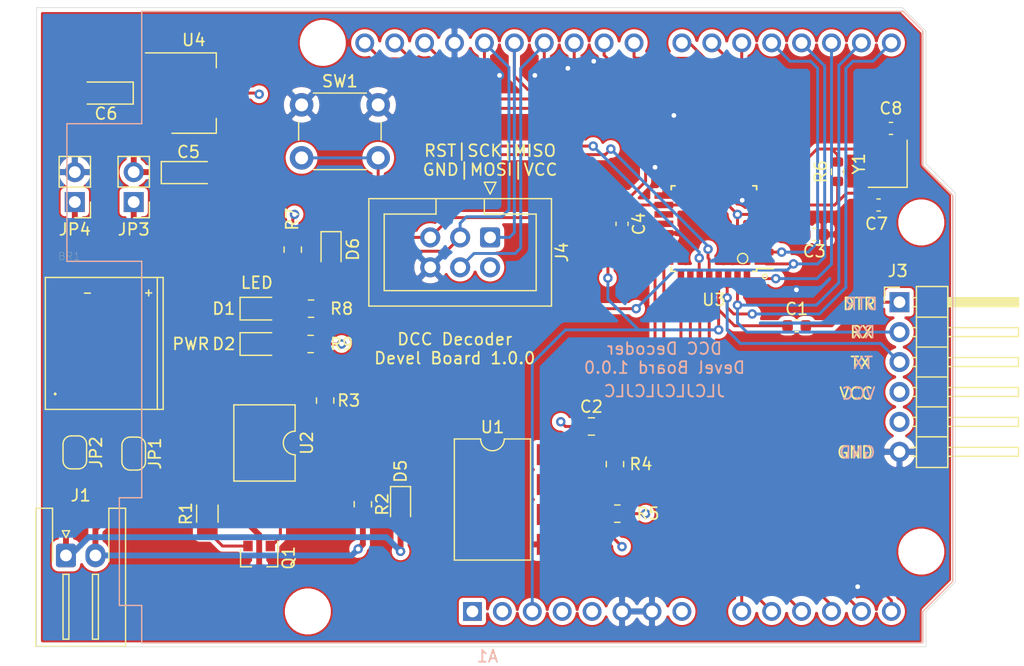
<source format=kicad_pcb>
(kicad_pcb (version 20171130) (host pcbnew 5.1.7-a382d34a8~88~ubuntu20.04.1)
  (title_block (title "Dcc Decoder Devel Board") (date 2021-03-31) (rev 1.0.0) (company "Daniel Vilas"))
  (layers (0 F.Cu signal) (1 In1.Cu signal) (2 In2.Cu signal) (31 B.Cu signal) (34 B.Paste user) (35 F.Paste user) (36 B.SilkS user) (37 F.SilkS user) (38 B.Mask user) (39 F.Mask user) (44 Edge.Cuts user))
  (net 0 "")
  (net 1 /FTDI_RX)
  (net 2 /FTDI_TX)
  (net 3 /AREF)
  (net 4 /A5)
  (net 5 GND)
  (net 6 /A4)
  (net 7 /D13)
  (net 8 /A3)
  (net 9 /D12)
  (net 10 /A2)
  (net 11 /D11)
  (net 12 /A1)
  (net 13 /D10)
  (net 14 /A0)
  (net 15 /D9)
  (net 16 +12V)
  (net 17 /D8)
  (net 18 /D7)
  (net 19 /D6)
  (net 20 VCC)
  (net 21 /D5)
  (net 22 "Net-(A1-Pad4)")
  (net 23 /D4)
  (net 24 /RST)
  (net 25 /D3)
  (net 26 /D2)
  (net 27 "Net-(A1-Pad1)")
  (net 28 /Dcc-Interface/J_ACK)
  (net 29 /Dcc-Interface/K_ACK)
  (net 30 "Net-(BR1-Pad+)")
  (net 31 "Net-(BR1-Pad-)")
  (net 32 /DTR)
  (net 33 /Dcc-Interface/DCC_B)
  (net 34 "Net-(D5-Pad1)")
  (net 35 /Dcc-Interface/DCC_A)
  (net 36 "Net-(J3-Pad5)")
  (net 37 "Net-(Q1-Pad2)")
  (net 38 "Net-(R3-Pad2)")
  (net 39 "Net-(R4-Pad1)")
  (net 40 "Net-(U1-Pad1)")
  (net 41 "Net-(C7-Pad2)")
  (net 42 "Net-(C8-Pad2)")
  (net 43 "Net-(Q1-Pad1)")
  (net 44 "Net-(U3-Pad22)")
  (net 45 "Net-(U3-Pad19)")
  (net 46 "Net-(D1-Pad2)")
  (net 47 "Net-(D2-Pad2)")
  (module Diode_SMD:D_SOD-323F (layer F.Cu) (at 82.5 83.7625 270)
    (fp_text reference D6 (at 0 -1.85 90) (layer F.SilkS))
    (fp_text value CD1206-S01575)
    (pad 2 smd rect (at 1.1 0 270) (size 0.5 0.5) (layers F.Cu F.Paste F.Mask) (net 24 /RST))
    (pad 1 smd rect (at -1.1 0 270) (size 0.5 0.5) (layers F.Cu F.Paste F.Mask) (net 20 VCC))
  )
  (module Resistor_SMD:R_0805_2012Metric (layer F.Cu) (at 85.2 105.4 270)
    (fp_text reference R2 (at 0 -1.65 90) (layer F.SilkS))
    (fp_text value 3k)
    (pad 2 smd roundrect (at 0.9125 0 270) (size 1.025 1.4) (layers F.Cu F.Paste F.Mask) (roundrect_rratio 0.2439004878048781) (net 35 /Dcc-Interface/DCC_A))
    (pad 1 smd roundrect (at -0.9125 0 270) (size 1.025 1.4) (layers F.Cu F.Paste F.Mask) (roundrect_rratio 0.2439004878048781) (net 34 "Net-(D5-Pad1)"))
  )
  (module Resistor_SMD:R_0805_2012Metric (layer F.Cu) (at 80.77 91.8)
    (fp_text reference R9 (at 2.63 0) (layer F.SilkS))
    (fp_text value 10K)
    (pad 2 smd roundrect (at 0.9125 0) (size 1.025 1.4) (layers F.Cu F.Paste F.Mask) (roundrect_rratio 0.2439004878048781) (net 20 VCC))
    (pad 1 smd roundrect (at -0.9125 0) (size 1.025 1.4) (layers F.Cu F.Paste F.Mask) (roundrect_rratio 0.2439004878048781) (net 47 "Net-(D2-Pad2)"))
  )
  (module Resistor_SMD:R_0805_2012Metric (layer F.Cu) (at 80.8 88.8)
    (fp_text reference R8 (at 2.6 0) (layer F.SilkS))
    (fp_text value 10K)
    (pad 2 smd roundrect (at 0.9125 0) (size 1.025 1.4) (layers F.Cu F.Paste F.Mask) (roundrect_rratio 0.2439004878048781) (net 7 /D13))
    (pad 1 smd roundrect (at -0.9125 0) (size 1.025 1.4) (layers F.Cu F.Paste F.Mask) (roundrect_rratio 0.2439004878048781) (net 46 "Net-(D1-Pad2)"))
  )
  (module LED_SMD:LED_0805_2012Metric (layer F.Cu) (at 76.4625 91.8)
    (fp_text reference D2 (at -3.0625 0) (layer F.SilkS))
    (fp_text value LED)
    (pad 2 smd roundrect (at 0.9375 0) (size 0.975 1.4) (layers F.Cu F.Paste F.Mask) (net 47 "Net-(D2-Pad2)"))
    (pad 1 smd roundrect (at -0.9375 0) (size 0.975 1.4) (layers F.Cu F.Paste F.Mask) (net 5 GND))
  )
  (module LED_SMD:LED_0805_2012Metric (layer F.Cu) (at 76.4625 88.8)
    (fp_text reference D1 (at -3.0625 0) (layer F.SilkS))
    (fp_text value LED)
    (pad 2 smd roundrect (at 0.9375 0) (size 0.975 1.4) (layers F.Cu F.Paste F.Mask) (net 46 "Net-(D1-Pad2)"))
    (pad 1 smd roundrect (at -0.9375 0) (size 0.975 1.4) (layers F.Cu F.Paste F.Mask) (net 5 GND))
  )
  (module Resistor_SMD:R_0805_2012Metric (layer F.Cu) (at 79.25 83.7875 270)
    (fp_text reference R7 (at -2.5875 0.05 90) (layer F.SilkS))
    (fp_text value 10K)
    (pad 2 smd roundrect (at 0.9125 0 270) (size 1.025 1.4) (layers F.Cu F.Paste F.Mask) (roundrect_rratio 0.2439004878048781) (net 24 /RST))
    (pad 1 smd roundrect (at -0.9125 0 270) (size 1.025 1.4) (layers F.Cu F.Paste F.Mask) (roundrect_rratio 0.2439004878048781) (net 20 VCC))
  )
  (module Resistor_SMD:R_0805_2012Metric (layer F.Cu) (at 82 96.6 90)
    (fp_text reference R3 (at 0 2 180) (layer F.SilkS))
    (fp_text value 1K)
    (pad 2 smd roundrect (at 0.9125 0 90) (size 1.025 1.4) (layers F.Cu F.Paste F.Mask) (roundrect_rratio 0.2439004878048781) (net 38 "Net-(R3-Pad2)"))
    (pad 1 smd roundrect (at -0.9125 0 90) (size 1.025 1.4) (layers F.Cu F.Paste F.Mask) (roundrect_rratio 0.2439004878048781) (net 25 /D3))
  )
  (module Resistor_SMD:R_1206_3216Metric (layer F.Cu) (at 72 106.2 90)
    (fp_text reference R1 (at 0 -1.82 90) (layer F.SilkS))
    (fp_text value 100)
    (pad 2 smd roundrect (at 1.4625 0 90) (size 1.125 1.75) (layers F.Cu F.Paste F.Mask) (roundrect_rratio 0.2222195555555556) (net 30 "Net-(BR1-Pad+)"))
    (pad 1 smd roundrect (at -1.4625 0 90) (size 1.125 1.75) (layers F.Cu F.Paste F.Mask) (roundrect_rratio 0.2222195555555556) (net 37 "Net-(Q1-Pad2)"))
  )
  (module Diode_SMD:D_SOD-323F (layer F.Cu) (at 88.4 105.4 270)
    (fp_text reference D5 (at -2.8 0 90) (layer F.SilkS))
    (fp_text value 1N4148)
    (pad 2 smd rect (at 1.1 0 270) (size 0.5 0.5) (layers F.Cu F.Paste F.Mask) (net 33 /Dcc-Interface/DCC_B))
    (pad 1 smd rect (at -1.1 0 270) (size 0.5 0.5) (layers F.Cu F.Paste F.Mask) (net 34 "Net-(D5-Pad1)"))
  )
  (module Resistor_SMD:R_0805_2012Metric (layer F.Cu) (at 106.8 106.2)
    (fp_text reference R5 (at 2.6 0) (layer F.SilkS))
    (fp_text value 10K)
    (pad 2 smd roundrect (at 0.9125 0) (size 1.025 1.4) (layers F.Cu F.Paste F.Mask) (roundrect_rratio 0.2439004878048781) (net 20 VCC))
    (pad 1 smd roundrect (at -0.9125 0) (size 1.025 1.4) (layers F.Cu F.Paste F.Mask) (roundrect_rratio 0.2439004878048781) (net 26 /D2))
  )
  (module Resistor_SMD:R_0805_2012Metric (layer F.Cu) (at 106.6 102 90)
    (fp_text reference R4 (at 0 2.2 180) (layer F.SilkS))
    (fp_text value 10K)
    (pad 2 smd roundrect (at 0.9125 0 90) (size 1.025 1.4) (layers F.Cu F.Paste F.Mask) (roundrect_rratio 0.2439004878048781) (net 20 VCC))
    (pad 1 smd roundrect (at -0.9125 0 90) (size 1.025 1.4) (layers F.Cu F.Paste F.Mask) (roundrect_rratio 0.2439004878048781) (net 39 "Net-(R4-Pad1)"))
  )
  (module Capacitor_SMD:C_0805_2012Metric (layer F.Cu) (at 104.6 98.8)
    (fp_text reference C2 (at 0 -1.68) (layer F.SilkS))
    (fp_text value 10uf)
    (pad 2 smd roundrect (at 0.95 0) (size 1 1.45) (layers F.Cu F.Paste F.Mask) (net 5 GND))
    (pad 1 smd roundrect (at -0.95 0) (size 1 1.45) (layers F.Cu F.Paste F.Mask) (net 20 VCC))
  )
  (module Package_DIP:SMDIP-4_W9.53mm (layer F.Cu) (at 76.85 100.2 270)
    (fp_text reference U2 (at 0 -3.6 90) (layer F.SilkS))
    (fp_text value PC817)
    (pad 4 smd rect (at 4.765 -1.27 270) (size 2 1.78) (layers F.Cu F.Paste F.Mask) (net 43 "Net-(Q1-Pad1)"))
    (pad 2 smd rect (at -4.765 1.27 270) (size 2 1.78) (layers F.Cu F.Paste F.Mask) (net 5 GND))
    (pad 3 smd rect (at 4.765 1.27 270) (size 2 1.78) (layers F.Cu F.Paste F.Mask) (net 31 "Net-(BR1-Pad-)"))
    (pad 1 smd rect (at -4.765 -1.27 270) (size 2 1.78) (layers F.Cu F.Paste F.Mask) (net 38 "Net-(R3-Pad2)"))
  )
  (module Package_DIP:SMDIP-8_W9.53mm (layer F.Cu) (at 96.2 105)
    (fp_text reference U1 (at 0 -6.14) (layer F.SilkS))
    (fp_text value 6N137)
    (pad 8 smd rect (at 4.765 -3.81) (size 2 1.78) (layers F.Cu F.Paste F.Mask) (net 20 VCC))
    (pad 4 smd rect (at -4.765 3.81) (size 2 1.78) (layers F.Cu F.Paste F.Mask))
    (pad 7 smd rect (at 4.765 -1.27) (size 2 1.78) (layers F.Cu F.Paste F.Mask) (net 39 "Net-(R4-Pad1)"))
    (pad 3 smd rect (at -4.765 1.27) (size 2 1.78) (layers F.Cu F.Paste F.Mask) (net 33 /Dcc-Interface/DCC_B))
    (pad 6 smd rect (at 4.765 1.27) (size 2 1.78) (layers F.Cu F.Paste F.Mask) (net 26 /D2))
    (pad 2 smd rect (at -4.765 -1.27) (size 2 1.78) (layers F.Cu F.Paste F.Mask) (net 34 "Net-(D5-Pad1)"))
    (pad 5 smd rect (at 4.765 3.81) (size 2 1.78) (layers F.Cu F.Paste F.Mask) (net 5 GND))
    (pad 1 smd rect (at -4.765 -3.81) (size 2 1.78) (layers F.Cu F.Paste F.Mask) (net 40 "Net-(U1-Pad1)"))
  )
  (module Package_TO_SOT_SMD:SOT-23 (layer F.Cu) (at 76.4 109.95 270)
    (fp_text reference Q1 (at 0 -2.5 90) (layer F.SilkS))
    (fp_text value BC560)
    (pad 3 smd rect (at 1 0 270) (size 0.9 0.8) (layers F.Cu F.Paste F.Mask) (net 31 "Net-(BR1-Pad-)"))
    (pad 2 smd rect (at -1 0.95 270) (size 0.9 0.8) (layers F.Cu F.Paste F.Mask) (net 37 "Net-(Q1-Pad2)"))
    (pad 1 smd rect (at -1 -0.95 270) (size 0.9 0.8) (layers F.Cu F.Paste F.Mask) (net 43 "Net-(Q1-Pad1)"))
  )
  (module Button_Switch_THT:SW_PUSH_6mm_H4.3mm (layer F.Cu) (at 80 71.5)
    (fp_text reference SW1 (at 3.25 -2) (layer F.SilkS))
    (fp_text value SW_Push)
    (pad 1 thru_hole circle (at 6.5 0 90) (size 2 2) (drill 1.1) (layers *.Cu *.Mask) (net 5 GND))
    (pad 2 thru_hole circle (at 6.5 4.5 90) (size 2 2) (drill 1.1) (layers *.Cu *.Mask) (net 24 /RST))
    (pad 1 thru_hole circle (at 0 0 90) (size 2 2) (drill 1.1) (layers *.Cu *.Mask) (net 5 GND))
    (pad 2 thru_hole circle (at 0 4.5 90) (size 2 2) (drill 1.1) (layers *.Cu *.Mask) (net 24 /RST))
  )
  (module Capacitor_Tantalum_SMD:CP_EIA-3216-18_Kemet-A (layer F.Cu) (at 70.4 77.25)
    (fp_text reference C5 (at 0 -1.75) (layer F.SilkS))
    (fp_text value 10uf)
    (pad 2 smd roundrect (at 1.35 0) (size 1.4 1.35) (layers F.Cu F.Paste F.Mask) (roundrect_rratio 0.1851844444444445) (net 5 GND))
    (pad 1 smd roundrect (at -1.35 0) (size 1.4 1.35) (layers F.Cu F.Paste F.Mask) (roundrect_rratio 0.1851844444444445) (net 16 +12V))
  )
  (module Connector_PinHeader_2.54mm:PinHeader_1x02_P2.54mm_Vertical (layer F.Cu) (at 65.75 79.75 180)
    (fp_text reference JP3 (at 0 -2.33) (layer F.SilkS))
    (fp_text value Jumper_NO hide)
    (pad 2 thru_hole oval (at 0 2.54 180) (size 1.7 1.7) (drill 1) (layers *.Cu *.Mask) (net 16 +12V))
    (pad 1 thru_hole rect (at 0 0 180) (size 1.7 1.7) (drill 1) (layers *.Cu *.Mask) (net 30 "Net-(BR1-Pad+)"))
  )
  (module Jumper:SolderJumper-2_P1.3mm_Bridged_RoundedPad1.0x1.5mm (layer F.Cu) (at 60.75 101 270)
    (fp_text reference JP2 (at 0 -1.8 90) (layer F.SilkS))
    (fp_text value Jumper_NC_Small hide)
    (fp_poly (pts (xy 0.25 -0.3) (xy -0.25 -0.3) (xy -0.25 0.3) (xy 0.25 0.3)) (layer F.Cu) (width 0))
    (pad 1 smd custom (at -0.65 0 270) (size 1 0.5) (layers F.Cu F.Mask) (net 29 /Dcc-Interface/K_ACK) (options (clearance outline) (anchor rect)) (primitives (gr_circle (center 0 0.25) (end 0.5 0.25) (width 0)) (gr_circle (center 0 -0.25) (end 0.5 -0.25) (width 0)) (gr_poly (pts (xy 0 -0.75) (xy 0.5 -0.75) (xy 0.5 0.75) (xy 0 0.75)) (width 0))))
    (pad 2 smd custom (at 0.65 0 270) (size 1 0.5) (layers F.Cu F.Mask) (net 33 /Dcc-Interface/DCC_B) (options (clearance outline) (anchor rect)) (primitives (gr_circle (center 0 0.25) (end 0.5 0.25) (width 0)) (gr_circle (center 0 -0.25) (end 0.5 -0.25) (width 0)) (gr_poly (pts (xy 0 -0.75) (xy -0.5 -0.75) (xy -0.5 0.75) (xy 0 0.75)) (width 0))))
  )
  (module Module:Arduino_UNO_R3_WithMountingHoles (layer B.Cu) (at 94.5 114.5)
    (fp_text reference A1 (at 1.27 3.81 -180) (layer B.SilkS) (effects (justify mirror)))
    (fp_text value Arduino_UNO_R3)
    (pad "" np_thru_hole circle (at 38.1 -5.08 270) (size 3.2 3.2) (drill 3.2) (layers *.Cu *.Mask))
    (pad "" np_thru_hole circle (at 38.1 -33.02 270) (size 3.2 3.2) (drill 3.2) (layers *.Cu *.Mask))
    (pad "" np_thru_hole circle (at -12.7 -48.26 270) (size 3.2 3.2) (drill 3.2) (layers *.Cu *.Mask))
    (pad "" np_thru_hole circle (at -13.97 0 270) (size 3.2 3.2) (drill 3.2) (layers *.Cu *.Mask))
    (pad 16 thru_hole oval (at 33.02 -48.26 270) (size 1.6 1.6) (drill 1) (layers *.Cu *.Mask) (net 1 /FTDI_RX))
    (pad 15 thru_hole oval (at 35.56 -48.26 270) (size 1.6 1.6) (drill 1) (layers *.Cu *.Mask) (net 2 /FTDI_TX))
    (pad 30 thru_hole oval (at -4.06 -48.26 270) (size 1.6 1.6) (drill 1) (layers *.Cu *.Mask) (net 3 /AREF))
    (pad 14 thru_hole oval (at 35.56 0 270) (size 1.6 1.6) (drill 1) (layers *.Cu *.Mask) (net 4 /A5))
    (pad 29 thru_hole oval (at -1.52 -48.26 270) (size 1.6 1.6) (drill 1) (layers *.Cu *.Mask) (net 5 GND))
    (pad 13 thru_hole oval (at 33.02 0 270) (size 1.6 1.6) (drill 1) (layers *.Cu *.Mask) (net 6 /A4))
    (pad 28 thru_hole oval (at 1.02 -48.26 270) (size 1.6 1.6) (drill 1) (layers *.Cu *.Mask) (net 7 /D13))
    (pad 12 thru_hole oval (at 30.48 0 270) (size 1.6 1.6) (drill 1) (layers *.Cu *.Mask) (net 8 /A3))
    (pad 27 thru_hole oval (at 3.56 -48.26 270) (size 1.6 1.6) (drill 1) (layers *.Cu *.Mask) (net 9 /D12))
    (pad 11 thru_hole oval (at 27.94 0 270) (size 1.6 1.6) (drill 1) (layers *.Cu *.Mask) (net 10 /A2))
    (pad 26 thru_hole oval (at 6.1 -48.26 270) (size 1.6 1.6) (drill 1) (layers *.Cu *.Mask) (net 11 /D11))
    (pad 10 thru_hole oval (at 25.4 0 270) (size 1.6 1.6) (drill 1) (layers *.Cu *.Mask) (net 12 /A1))
    (pad 25 thru_hole oval (at 8.64 -48.26 270) (size 1.6 1.6) (drill 1) (layers *.Cu *.Mask) (net 13 /D10))
    (pad 9 thru_hole oval (at 22.86 0 270) (size 1.6 1.6) (drill 1) (layers *.Cu *.Mask) (net 14 /A0))
    (pad 24 thru_hole oval (at 11.18 -48.26 270) (size 1.6 1.6) (drill 1) (layers *.Cu *.Mask) (net 15 /D9))
    (pad 8 thru_hole oval (at 17.78 0 270) (size 1.6 1.6) (drill 1) (layers *.Cu *.Mask) (net 16 +12V))
    (pad 23 thru_hole oval (at 13.72 -48.26 270) (size 1.6 1.6) (drill 1) (layers *.Cu *.Mask) (net 17 /D8))
    (pad 7 thru_hole oval (at 15.24 0 270) (size 1.6 1.6) (drill 1) (layers *.Cu *.Mask) (net 5 GND))
    (pad 22 thru_hole oval (at 17.78 -48.26 270) (size 1.6 1.6) (drill 1) (layers *.Cu *.Mask) (net 18 /D7))
    (pad 6 thru_hole oval (at 12.7 0 270) (size 1.6 1.6) (drill 1) (layers *.Cu *.Mask) (net 5 GND))
    (pad 21 thru_hole oval (at 20.32 -48.26 270) (size 1.6 1.6) (drill 1) (layers *.Cu *.Mask) (net 19 /D6))
    (pad 5 thru_hole oval (at 10.16 0 270) (size 1.6 1.6) (drill 1) (layers *.Cu *.Mask) (net 20 VCC))
    (pad 20 thru_hole oval (at 22.86 -48.26 270) (size 1.6 1.6) (drill 1) (layers *.Cu *.Mask) (net 21 /D5))
    (pad 4 thru_hole oval (at 7.62 0 270) (size 1.6 1.6) (drill 1) (layers *.Cu *.Mask) (net 22 "Net-(A1-Pad4)"))
    (pad 19 thru_hole oval (at 25.4 -48.26 270) (size 1.6 1.6) (drill 1) (layers *.Cu *.Mask) (net 23 /D4))
    (pad 3 thru_hole oval (at 5.08 0 270) (size 1.6 1.6) (drill 1) (layers *.Cu *.Mask) (net 24 /RST))
    (pad 18 thru_hole oval (at 27.94 -48.26 270) (size 1.6 1.6) (drill 1) (layers *.Cu *.Mask) (net 25 /D3))
    (pad 2 thru_hole oval (at 2.54 0 270) (size 1.6 1.6) (drill 1) (layers *.Cu *.Mask) (net 20 VCC))
    (pad 17 thru_hole oval (at 30.48 -48.26 270) (size 1.6 1.6) (drill 1) (layers *.Cu *.Mask) (net 26 /D2))
    (pad 1 thru_hole rect (at 0 0 270) (size 1.6 1.6) (drill 1) (layers *.Cu *.Mask) (net 27 "Net-(A1-Pad1)"))
    (pad 31 thru_hole oval (at -6.6 -48.26 270) (size 1.6 1.6) (drill 1) (layers *.Cu *.Mask) (net 6 /A4))
    (pad 32 thru_hole oval (at -9.14 -48.26 270) (size 1.6 1.6) (drill 1) (layers *.Cu *.Mask) (net 4 /A5))
  )
  (module Connector_JST:JST_XH_S2B-XH-A-1_1x02_P2.50mm_Horizontal (layer F.Cu) (at 60 109.75)
    (fp_text reference J1 (at 1.25 -5.1) (layer F.SilkS))
    (fp_text value Conn_01x02)
    (pad 2 thru_hole oval (at 2.5 0) (size 1.7 2) (drill 1) (layers *.Cu *.Mask) (net 35 /Dcc-Interface/DCC_A))
    (pad 1 thru_hole roundrect (at 0 0) (size 1.7 2) (drill 1) (layers *.Cu *.Mask) (roundrect_rratio 0.1470588235294118) (net 33 /Dcc-Interface/DCC_B))
  )
  (module Connector_PinHeader_2.54mm:PinHeader_1x02_P2.54mm_Vertical (layer F.Cu) (at 60.75 79.75 180)
    (fp_text reference JP4 (at 0 -2.33) (layer F.SilkS))
    (fp_text value Jumper_NO hide)
    (pad 2 thru_hole oval (at 0 2.54 180) (size 1.7 1.7) (drill 1) (layers *.Cu *.Mask) (net 5 GND))
    (pad 1 thru_hole rect (at 0 0 180) (size 1.7 1.7) (drill 1) (layers *.Cu *.Mask) (net 31 "Net-(BR1-Pad-)"))
  )
  (module Resistor_SMD:R_0603_1608Metric (layer F.Cu) (at 125.5 77.175 90)
    (fp_text reference R6 (at 0 -1.43 90) (layer F.SilkS))
    (fp_text value 1M)
    (pad 2 smd roundrect (at 0.825 0 90) (size 0.8 0.95) (layers F.Cu F.Paste F.Mask) (net 42 "Net-(C8-Pad2)"))
    (pad 1 smd roundrect (at -0.825 0 90) (size 0.8 0.95) (layers F.Cu F.Paste F.Mask) (net 41 "Net-(C7-Pad2)"))
  )
  (module Capacitor_SMD:C_0603_1608Metric (layer F.Cu) (at 128.975 80)
    (fp_text reference C7 (at -0.175 1.6) (layer F.SilkS))
    (fp_text value 22pf)
    (pad 2 smd roundrect (at 0.775 0) (size 0.9 0.95) (layers F.Cu F.Paste F.Mask) (net 41 "Net-(C7-Pad2)"))
    (pad 1 smd roundrect (at -0.775 0) (size 0.9 0.95) (layers F.Cu F.Paste F.Mask) (net 5 GND))
  )
  (module Capacitor_SMD:C_0603_1608Metric (layer F.Cu) (at 107.2 81.6 270)
    (fp_text reference C4 (at 0 -1.43 90) (layer F.SilkS))
    (fp_text value 100nf)
    (pad 2 smd roundrect (at 0.775 0 270) (size 0.9 0.95) (layers F.Cu F.Paste F.Mask) (net 5 GND))
    (pad 1 smd roundrect (at -0.775 0 270) (size 0.9 0.95) (layers F.Cu F.Paste F.Mask) (net 20 VCC))
  )
  (module Capacitor_SMD:C_0603_1608Metric (layer F.Cu) (at 123.525 82.5 180)
    (fp_text reference C3 (at 0 -1.43) (layer F.SilkS))
    (fp_text value 100nf)
    (pad 2 smd roundrect (at 0.775 0 180) (size 0.9 0.95) (layers F.Cu F.Paste F.Mask) (net 20 VCC))
    (pad 1 smd roundrect (at -0.775 0 180) (size 0.9 0.95) (layers F.Cu F.Paste F.Mask) (net 5 GND))
  )
  (module Capacitor_SMD:C_0603_1608Metric (layer F.Cu) (at 122.025 90.25)
    (fp_text reference C1 (at 0 -1.43) (layer F.SilkS))
    (fp_text value 100nf)
    (pad 2 smd roundrect (at 0.775 0) (size 0.9 0.95) (layers F.Cu F.Paste F.Mask) (net 32 /DTR))
    (pad 1 smd roundrect (at -0.775 0) (size 0.9 0.95) (layers F.Cu F.Paste F.Mask) (net 24 /RST))
  )
  (module Crystal:Crystal_SMD_3225-4Pin_3.2x2.5mm (layer F.Cu) (at 129.75 76.5 90)
    (fp_text reference Y1 (at 0 -2.45 90) (layer F.SilkS))
    (fp_text value Crystal_GND24)
    (pad 4 smd rect (at -1.1 -0.85 90) (size 1.4 1.2) (layers F.Cu F.Paste F.Mask) (net 5 GND))
    (pad 3 smd rect (at 1.1 -0.85 90) (size 1.4 1.2) (layers F.Cu F.Paste F.Mask) (net 42 "Net-(C8-Pad2)"))
    (pad 2 smd rect (at 1.1 0.85 90) (size 1.4 1.2) (layers F.Cu F.Paste F.Mask) (net 5 GND))
    (pad 1 smd rect (at -1.1 0.85 90) (size 1.4 1.2) (layers F.Cu F.Paste F.Mask) (net 41 "Net-(C7-Pad2)"))
  )
  (module Capacitor_SMD:C_0603_1608Metric (layer F.Cu) (at 130.025 73.5 180)
    (fp_text reference C8 (at 0 1.7) (layer F.SilkS))
    (fp_text value 22pf)
    (pad 2 smd roundrect (at 0.775 0 180) (size 0.9 0.95) (layers F.Cu F.Paste F.Mask) (net 42 "Net-(C8-Pad2)"))
    (pad 1 smd roundrect (at -0.775 0 180) (size 0.9 0.95) (layers F.Cu F.Paste F.Mask) (net 5 GND))
  )
  (module Package_TO_SOT_SMD:SOT-223-3_TabPin2 (layer F.Cu) (at 70.85 70.5)
    (fp_text reference U4 (at 0 -4.5) (layer F.SilkS))
    (fp_text value AMS1117-5.0)
    (pad 1 smd rect (at -3.15 -2.3) (size 2 1.5) (layers F.Cu F.Paste F.Mask) (net 5 GND))
    (pad 3 smd rect (at -3.15 2.3) (size 2 1.5) (layers F.Cu F.Paste F.Mask) (net 16 +12V))
    (pad 2 smd rect (at -3.15 0) (size 2 1.5) (layers F.Cu F.Paste F.Mask) (net 20 VCC))
    (pad 2 smd rect (at 3.15 0) (size 2 3.8) (layers F.Cu F.Paste F.Mask) (net 20 VCC))
  )
  (module Project:TQFP-32_7x7mm_P0.8mm (layer F.Cu) (at 115 82 180)
    (fp_text reference U3 (at 0 -6.05) (layer F.SilkS))
    (fp_text value ATmega328P-AU)
    (pad 32 smd rect (at -2.8 -4.25 270) (size 1.6 0.55) (layers F.Cu F.Paste F.Mask) (net 26 /D2))
    (pad 31 smd rect (at -2 -4.25 270) (size 1.6 0.55) (layers F.Cu F.Paste F.Mask) (net 1 /FTDI_RX))
    (pad 30 smd rect (at -1.2 -4.25 270) (size 1.6 0.55) (layers F.Cu F.Paste F.Mask) (net 2 /FTDI_TX))
    (pad 29 smd rect (at -0.4 -4.25 270) (size 1.6 0.55) (layers F.Cu F.Paste F.Mask) (net 24 /RST))
    (pad 28 smd rect (at 0.4 -4.25 270) (size 1.6 0.55) (layers F.Cu F.Paste F.Mask) (net 4 /A5))
    (pad 27 smd rect (at 1.2 -4.25 270) (size 1.6 0.55) (layers F.Cu F.Paste F.Mask) (net 6 /A4))
    (pad 26 smd rect (at 2 -4.25 270) (size 1.6 0.55) (layers F.Cu F.Paste F.Mask) (net 8 /A3))
    (pad 25 smd rect (at 2.8 -4.25 270) (size 1.6 0.55) (layers F.Cu F.Paste F.Mask) (net 10 /A2))
    (pad 24 smd rect (at 4.25 -2.8 180) (size 1.6 0.55) (layers F.Cu F.Paste F.Mask) (net 12 /A1))
    (pad 23 smd rect (at 4.25 -2 180) (size 1.6 0.55) (layers F.Cu F.Paste F.Mask) (net 14 /A0))
    (pad 22 smd rect (at 4.25 -1.2 180) (size 1.6 0.55) (layers F.Cu F.Paste F.Mask) (net 44 "Net-(U3-Pad22)"))
    (pad 21 smd rect (at 4.25 -0.4 180) (size 1.6 0.55) (layers F.Cu F.Paste F.Mask) (net 5 GND))
    (pad 20 smd rect (at 4.25 0.4 180) (size 1.6 0.55) (layers F.Cu F.Paste F.Mask) (net 3 /AREF))
    (pad 19 smd rect (at 4.25 1.2 180) (size 1.6 0.55) (layers F.Cu F.Paste F.Mask) (net 45 "Net-(U3-Pad19)"))
    (pad 18 smd rect (at 4.25 2 180) (size 1.6 0.55) (layers F.Cu F.Paste F.Mask) (net 20 VCC))
    (pad 17 smd rect (at 4.25 2.8 180) (size 1.6 0.55) (layers F.Cu F.Paste F.Mask) (net 7 /D13))
    (pad 16 smd rect (at 2.8 4.25 270) (size 1.6 0.55) (layers F.Cu F.Paste F.Mask) (net 9 /D12))
    (pad 15 smd rect (at 2 4.25 270) (size 1.6 0.55) (layers F.Cu F.Paste F.Mask) (net 11 /D11))
    (pad 14 smd rect (at 1.2 4.25 270) (size 1.6 0.55) (layers F.Cu F.Paste F.Mask) (net 13 /D10))
    (pad 13 smd rect (at 0.4 4.25 270) (size 1.6 0.55) (layers F.Cu F.Paste F.Mask) (net 15 /D9))
    (pad 12 smd rect (at -0.4 4.25 270) (size 1.6 0.55) (layers F.Cu F.Paste F.Mask) (net 17 /D8))
    (pad 11 smd rect (at -1.2 4.25 270) (size 1.6 0.55) (layers F.Cu F.Paste F.Mask) (net 18 /D7))
    (pad 10 smd rect (at -2 4.25 270) (size 1.6 0.55) (layers F.Cu F.Paste F.Mask) (net 19 /D6))
    (pad 9 smd rect (at -2.8 4.25 270) (size 1.6 0.55) (layers F.Cu F.Paste F.Mask) (net 21 /D5))
    (pad 8 smd rect (at -4.25 2.8 180) (size 1.6 0.55) (layers F.Cu F.Paste F.Mask) (net 42 "Net-(C8-Pad2)"))
    (pad 7 smd rect (at -4.25 2 180) (size 1.6 0.55) (layers F.Cu F.Paste F.Mask) (net 41 "Net-(C7-Pad2)"))
    (pad 6 smd rect (at -4.25 1.2 180) (size 1.6 0.55) (layers F.Cu F.Paste F.Mask) (net 20 VCC))
    (pad 5 smd rect (at -4.25 0.4 180) (size 1.6 0.55) (layers F.Cu F.Paste F.Mask) (net 5 GND))
    (pad 4 smd rect (at -4.25 -0.4 180) (size 1.6 0.55) (layers F.Cu F.Paste F.Mask) (net 20 VCC))
    (pad 3 smd rect (at -4.25 -1.2 180) (size 1.6 0.55) (layers F.Cu F.Paste F.Mask) (net 5 GND))
    (pad 2 smd rect (at -4.25 -2 180) (size 1.6 0.55) (layers F.Cu F.Paste F.Mask) (net 23 /D4))
    (pad 1 smd rect (at -4.25 -2.8 180) (size 1.6 0.55) (layers F.Cu F.Paste F.Mask) (net 25 /D3))
  )
  (module Jumper:SolderJumper-2_P1.3mm_Bridged_RoundedPad1.0x1.5mm (layer F.Cu) (at 65.75 101.1 270)
    (fp_text reference JP1 (at 0 -1.8 90) (layer F.SilkS))
    (fp_text value Jumper_NC_Small hide)
    (fp_poly (pts (xy 0.25 -0.3) (xy -0.25 -0.3) (xy -0.25 0.3) (xy 0.25 0.3)) (layer F.Cu) (width 0))
    (pad 1 smd custom (at -0.65 0 270) (size 1 0.5) (layers F.Cu F.Mask) (net 28 /Dcc-Interface/J_ACK) (options (clearance outline) (anchor rect)) (primitives (gr_circle (center 0 0.25) (end 0.5 0.25) (width 0)) (gr_circle (center 0 -0.25) (end 0.5 -0.25) (width 0)) (gr_poly (pts (xy 0 -0.75) (xy 0.5 -0.75) (xy 0.5 0.75) (xy 0 0.75)) (width 0))))
    (pad 2 smd custom (at 0.65 0 270) (size 1 0.5) (layers F.Cu F.Mask) (net 35 /Dcc-Interface/DCC_A) (options (clearance outline) (anchor rect)) (primitives (gr_circle (center 0 0.25) (end 0.5 0.25) (width 0)) (gr_circle (center 0 -0.25) (end 0.5 -0.25) (width 0)) (gr_poly (pts (xy 0 -0.75) (xy -0.5 -0.75) (xy -0.5 0.75) (xy 0 0.75)) (width 0))))
  )
  (module Connector_IDC:IDC-Header_2x03_P2.54mm_Vertical (layer F.Cu) (at 96 82.75 270)
    (fp_text reference J4 (at 1.27 -6.1 90) (layer F.SilkS))
    (fp_text value ICSP)
    (pad 6 thru_hole circle (at 2.54 5.08 270) (size 1.7 1.7) (drill 1) (layers *.Cu *.Mask) (net 5 GND))
    (pad 4 thru_hole circle (at 2.54 2.54 270) (size 1.7 1.7) (drill 1) (layers *.Cu *.Mask) (net 11 /D11))
    (pad 2 thru_hole circle (at 2.54 0 270) (size 1.7 1.7) (drill 1) (layers *.Cu *.Mask) (net 20 VCC))
    (pad 5 thru_hole circle (at 0 5.08 270) (size 1.7 1.7) (drill 1) (layers *.Cu *.Mask) (net 24 /RST))
    (pad 3 thru_hole circle (at 0 2.54 270) (size 1.7 1.7) (drill 1) (layers *.Cu *.Mask) (net 7 /D13))
    (pad 1 thru_hole roundrect (at 0 0 270) (size 1.7 1.7) (drill 1) (layers *.Cu *.Mask) (roundrect_rratio 0.1470588235294118) (net 9 /D12))
  )
  (module Connector_PinHeader_2.54mm:PinHeader_1x06_P2.54mm_Horizontal (layer F.Cu) (at 130.75 88.25)
    (fp_text reference J3 (at -0.15 -2.65) (layer F.SilkS))
    (fp_text value Conn_01x06)
    (pad 6 thru_hole oval (at 0 12.7) (size 1.7 1.7) (drill 1) (layers *.Cu *.Mask) (net 5 GND))
    (pad 5 thru_hole oval (at 0 10.16) (size 1.7 1.7) (drill 1) (layers *.Cu *.Mask) (net 36 "Net-(J3-Pad5)"))
    (pad 4 thru_hole oval (at 0 7.62) (size 1.7 1.7) (drill 1) (layers *.Cu *.Mask) (net 20 VCC))
    (pad 3 thru_hole oval (at 0 5.08) (size 1.7 1.7) (drill 1) (layers *.Cu *.Mask) (net 2 /FTDI_TX))
    (pad 2 thru_hole oval (at 0 2.54) (size 1.7 1.7) (drill 1) (layers *.Cu *.Mask) (net 1 /FTDI_RX))
    (pad 1 thru_hole rect (at 0 0) (size 1.7 1.7) (drill 1) (layers *.Cu *.Mask) (net 32 /DTR))
  )
  (module Capacitor_Tantalum_SMD:CP_EIA-3216-18_Kemet-A (layer F.Cu) (at 63.4 70.5 180)
    (fp_text reference C6 (at 0 -1.75) (layer F.SilkS))
    (fp_text value 10uf)
    (pad 2 smd roundrect (at 1.35 0 180) (size 1.4 1.35) (layers F.Cu F.Paste F.Mask) (roundrect_rratio 0.1851844444444445) (net 5 GND))
    (pad 1 smd roundrect (at -1.35 0 180) (size 1.4 1.35) (layers F.Cu F.Paste F.Mask) (roundrect_rratio 0.1851844444444445) (net 20 VCC))
  )
  (module Project:DIOB_DB107S (layer F.Cu) (at 63.25 91.75)
    (fp_text reference BR1 (at -2.96954 -7.41023) (layer F.SilkS) (effects (font (size 0.640331 0.640331) (thickness 0.015))))
    (fp_text value DB107S)
    (fp_text user · (at -4.1656 4.2164) (layer F.SilkS))
    (pad ~ smd rect (at 2.54959 4.12442) (size 1.2 1.9) (layers F.Cu F.Paste F.Mask) (net 28 /Dcc-Interface/J_ACK))
    (pad ~. smd rect (at -2.55041 4.12442) (size 1.2 1.9) (layers F.Cu F.Paste F.Mask) (net 29 /Dcc-Interface/K_ACK))
    (pad + smd rect (at 2.54959 -4.12558) (size 1.2 1.9) (layers F.Cu F.Paste F.Mask) (net 30 "Net-(BR1-Pad+)"))
    (pad - smd rect (at -2.55041 -4.12558) (size 1.2 1.9) (layers F.Cu F.Paste F.Mask) (net 31 "Net-(BR1-Pad-)"))
  )
  (gr_text "RST|SCK|MISO\nGND|MOSI|VCC" (at 96 76.2) (layer F.SilkS) (effects (font (size 1 1))))
  (gr_text RX (at 128.8 90.8) (layer B.SilkS) (effects (font (size 1 1)) (justify left mirror)))
  (gr_text TX (at 128.6 93.4) (layer B.SilkS) (effects (font (size 1 1)) (justify left mirror)))
  (gr_text DTR (at 129 88.4) (layer B.SilkS) (effects (font (size 1 1)) (justify left mirror)))
  (gr_text GND (at 128.8 101) (layer B.SilkS) (effects (font (size 1 1)) (justify left mirror)))
  (gr_text VCC (at 128.8 96) (layer B.SilkS) (effects (font (size 1 1)) (justify left mirror)))
  (gr_text JLCJLCJLCJLC (at 110.8 95.8) (layer B.SilkS) (effects (font (size 1 1)) (justify mirror)))
  (gr_text "DCC Decoder\nDevel Board 1.0.0" (at 110.8 93) (layer B.SilkS) (effects (font (size 1 1)) (justify mirror)))
  (gr_text "DCC Decoder\nDevel Board 1.0.0" (at 93 92.2) (layer F.SilkS) (effects (font (size 1 1))))
  (gr_text PWR (at 70.6 91.8) (layer F.SilkS) (effects (font (size 1 1))))
  (gr_text LED (at 76.2 86.6) (layer F.SilkS) (effects (font (size 1 1))))
  (gr_text GND (at 128.6 101) (layer F.SilkS) (effects (font (size 1 1)) (justify right)))
  (gr_text VCC (at 128.6 96) (layer F.SilkS) (effects (font (size 1 1)) (justify right)))
  (gr_text TX (at 128.4 93.4) (layer F.SilkS) (effects (font (size 1 1)) (justify right)))
  (gr_text RX (at 128.6 90.8) (layer F.SilkS) (effects (font (size 1 1)) (justify right)))
  (gr_text DTR (at 128.8 88.4) (layer F.SilkS) (effects (font (size 1 1)) (justify right)))
  (gr_line (start 57.5 63.25) (end 131 63.25) (layer Edge.Cuts) (width 0.05))
  (gr_line (start 57.5 117.5) (end 57.5 63.25) (layer Edge.Cuts) (width 0.05))
  (gr_line (start 133 117.5) (end 57.5 117.5) (layer Edge.Cuts) (width 0.05))
  (gr_line (start 133 114.5) (end 133 117.5) (layer Edge.Cuts) (width 0.05))
  (gr_line (start 135.5 112) (end 133 114.5) (layer Edge.Cuts) (width 0.05))
  (gr_line (start 135.5 79) (end 135.5 112) (layer Edge.Cuts) (width 0.05))
  (gr_line (start 133 76.5) (end 135.5 79) (layer Edge.Cuts) (width 0.05))
  (gr_line (start 133 65.25) (end 133 76.5) (layer Edge.Cuts) (width 0.05))
  (gr_line (start 131 63.25) (end 133 65.25) (layer Edge.Cuts) (width 0.05))
  (segment (start 130.75 90.79) (end 117.79 90.79) (width 0.25) (layer B.Cu) (net 1))
  (via (at 117 88.5) (size 0.8) (drill 0.4) (layers F.Cu B.Cu) (net 1))
  (segment (start 117 90) (end 117 88.5) (width 0.25) (layer B.Cu) (net 1))
  (segment (start 117.79 90.79) (end 117 90) (width 0.25) (layer B.Cu) (net 1))
  (segment (start 117 88.5) (end 117 86.25) (width 0.25) (layer F.Cu) (net 1))
  (segment (start 117.565685 88.5) (end 117 88.5) (width 0.25) (layer B.Cu) (net 1))
  (segment (start 123.7 88.5) (end 117.565685 88.5) (width 0.25) (layer B.Cu) (net 1))
  (segment (start 125.6 86.6) (end 123.7 88.5) (width 0.25) (layer B.Cu) (net 1))
  (segment (start 125.6 68.16) (end 125.6 86.6) (width 0.25) (layer B.Cu) (net 1))
  (segment (start 127.52 66.24) (end 125.6 68.16) (width 0.25) (layer B.Cu) (net 1))
  (via (at 116.125 87.881146) (size 0.8) (drill 0.4) (layers F.Cu B.Cu) (net 2))
  (segment (start 116.125 86.325) (end 116.2 86.25) (width 0.25) (layer F.Cu) (net 2))
  (segment (start 116.125 87.881146) (end 116.125 86.325) (width 0.25) (layer F.Cu) (net 2))
  (via (at 118.25 89.25) (size 0.8) (drill 0.4) (layers F.Cu B.Cu) (net 2))
  (segment (start 116.125 88.698002) (end 116.125 87.881146) (width 0.25) (layer F.Cu) (net 2))
  (segment (start 116.676998 89.25) (end 116.125 88.698002) (width 0.25) (layer F.Cu) (net 2))
  (segment (start 118.25 89.25) (end 116.676998 89.25) (width 0.25) (layer F.Cu) (net 2))
  (segment (start 116.125 90.625) (end 116.125 87.881146) (width 0.25) (layer B.Cu) (net 2))
  (segment (start 117.25 91.75) (end 116.125 90.625) (width 0.25) (layer B.Cu) (net 2))
  (segment (start 129.15 91.75) (end 117.25 91.75) (width 0.25) (layer B.Cu) (net 2))
  (segment (start 130.73 93.33) (end 129.15 91.75) (width 0.25) (layer B.Cu) (net 2))
  (segment (start 130.75 93.33) (end 130.73 93.33) (width 0.25) (layer B.Cu) (net 2))
  (segment (start 123.95 89.25) (end 118.815685 89.25) (width 0.25) (layer B.Cu) (net 2))
  (segment (start 126.2 87) (end 123.95 89.25) (width 0.25) (layer B.Cu) (net 2))
  (segment (start 118.815685 89.25) (end 118.25 89.25) (width 0.25) (layer B.Cu) (net 2))
  (segment (start 126.2 68.4) (end 126.2 87) (width 0.25) (layer B.Cu) (net 2))
  (segment (start 128.5 67.8) (end 126.8 67.8) (width 0.25) (layer B.Cu) (net 2))
  (segment (start 126.8 67.8) (end 126.2 68.4) (width 0.25) (layer B.Cu) (net 2))
  (segment (start 130.06 66.24) (end 128.5 67.8) (width 0.25) (layer B.Cu) (net 2))
  (segment (start 91.239999 67.039999) (end 90.44 66.24) (width 0.25) (layer F.Cu) (net 3))
  (segment (start 96 71.8) (end 91.239999 67.039999) (width 0.25) (layer F.Cu) (net 3))
  (segment (start 108.6 71.8) (end 96 71.8) (width 0.25) (layer F.Cu) (net 3))
  (segment (start 109.2 72.4) (end 108.6 71.8) (width 0.25) (layer F.Cu) (net 3))
  (segment (start 109.2 78) (end 109.2 72.4) (width 0.25) (layer F.Cu) (net 3))
  (segment (start 108 79.2) (end 109.2 78) (width 0.25) (layer F.Cu) (net 3))
  (segment (start 110.75 81.6) (end 106.35 81.6) (width 0.25) (layer F.Cu) (net 3))
  (segment (start 105.475 79.725) (end 106 79.2) (width 0.25) (layer F.Cu) (net 3))
  (segment (start 105.475 80.725) (end 105.475 79.725) (width 0.25) (layer F.Cu) (net 3))
  (segment (start 106 79.2) (end 108 79.2) (width 0.25) (layer F.Cu) (net 3))
  (segment (start 106.35 81.6) (end 105.475 80.725) (width 0.25) (layer F.Cu) (net 3))
  (via (at 106.25 75.25) (size 0.8) (drill 0.4) (layers F.Cu B.Cu) (net 4))
  (via (at 114.5 83.75) (size 0.8) (drill 0.4) (layers F.Cu B.Cu) (net 4))
  (segment (start 114.5 83.5) (end 114.5 83.75) (width 0.25) (layer B.Cu) (net 4))
  (segment (start 106.25 75.25) (end 114.5 83.5) (width 0.25) (layer B.Cu) (net 4))
  (segment (start 114.5 83.75) (end 114.5 84.5) (width 0.25) (layer F.Cu) (net 4))
  (segment (start 114.6 84.6) (end 114.6 86.25) (width 0.25) (layer F.Cu) (net 4))
  (segment (start 114.5 84.5) (end 114.6 84.6) (width 0.25) (layer F.Cu) (net 4))
  (segment (start 105.774999 75.725001) (end 106.25 75.25) (width 0.25) (layer F.Cu) (net 4))
  (segment (start 96.325001 75.725001) (end 105.774999 75.725001) (width 0.25) (layer F.Cu) (net 4))
  (segment (start 86.72 67.6) (end 88.2 67.6) (width 0.25) (layer F.Cu) (net 4))
  (segment (start 88.2 67.6) (end 96.325001 75.725001) (width 0.25) (layer F.Cu) (net 4))
  (segment (start 85.36 66.24) (end 86.72 67.6) (width 0.25) (layer F.Cu) (net 4))
  (segment (start 130.06 113.56) (end 130.06 114.5) (width 0.25) (layer F.Cu) (net 4))
  (segment (start 127.7 111.2) (end 130.06 113.56) (width 0.25) (layer F.Cu) (net 4))
  (segment (start 121.2 111.2) (end 127.7 111.2) (width 0.25) (layer F.Cu) (net 4))
  (segment (start 120.2 103.7) (end 120.2 110.2) (width 0.25) (layer F.Cu) (net 4))
  (segment (start 117.85 101.35) (end 120.2 103.7) (width 0.25) (layer F.Cu) (net 4))
  (segment (start 116.38641 101.35) (end 117.85 101.35) (width 0.25) (layer F.Cu) (net 4))
  (segment (start 114.6 99.56359) (end 116.38641 101.35) (width 0.25) (layer F.Cu) (net 4))
  (segment (start 120.2 110.2) (end 121.2 111.2) (width 0.25) (layer F.Cu) (net 4))
  (segment (start 114.6 86.25) (end 114.6 99.56359) (width 0.25) (layer F.Cu) (net 4))
  (segment (start 128.9 77.2) (end 128.9 77.6) (width 0.25) (layer F.Cu) (net 5))
  (segment (start 130.6 75.5) (end 128.9 77.2) (width 0.25) (layer F.Cu) (net 5))
  (segment (start 130.6 75.4) (end 130.6 75.5) (width 0.25) (layer F.Cu) (net 5))
  (via (at 122 87.2) (size 0.8) (drill 0.4) (layers F.Cu B.Cu) (net 5))
  (via (at 117.4 79.6) (size 0.8) (drill 0.4) (layers F.Cu B.Cu) (net 5))
  (via (at 111.6 72.4) (size 0.8) (drill 0.4) (layers F.Cu B.Cu) (net 5))
  (via (at 110 76.8) (size 0.8) (drill 0.4) (layers F.Cu B.Cu) (net 5))
  (via (at 96.8 69) (size 0.8) (drill 0.4) (layers F.Cu B.Cu) (net 5))
  (via (at 99.8 69) (size 0.8) (drill 0.4) (layers F.Cu B.Cu) (net 5))
  (via (at 102.6 68.4) (size 0.8) (drill 0.4) (layers F.Cu B.Cu) (net 5))
  (via (at 104.8 67.8) (size 0.8) (drill 0.4) (layers F.Cu B.Cu) (net 5))
  (via (at 127.2 112.4) (size 0.8) (drill 0.4) (layers F.Cu B.Cu) (net 5))
  (via (at 104.75 75) (size 0.8) (drill 0.4) (layers F.Cu B.Cu) (net 6))
  (via (at 113.75 84.5) (size 0.8) (drill 0.4) (layers F.Cu B.Cu) (net 6))
  (segment (start 113.75 84) (end 113.75 84.5) (width 0.25) (layer B.Cu) (net 6))
  (segment (start 104.75 75) (end 113.75 84) (width 0.25) (layer B.Cu) (net 6))
  (segment (start 113.75 86.2) (end 113.8 86.25) (width 0.25) (layer F.Cu) (net 6))
  (segment (start 113.75 84.5) (end 113.75 86.2) (width 0.25) (layer F.Cu) (net 6))
  (segment (start 96.66 75) (end 104.75 75) (width 0.25) (layer F.Cu) (net 6))
  (segment (start 87.9 66.24) (end 96.66 75) (width 0.25) (layer F.Cu) (net 6))
  (segment (start 124.96999 111.94999) (end 127.52 114.5) (width 0.25) (layer F.Cu) (net 6))
  (segment (start 120.54999 111.94999) (end 124.96999 111.94999) (width 0.25) (layer F.Cu) (net 6))
  (segment (start 119.4 103.6) (end 119.4 110.8) (width 0.25) (layer F.Cu) (net 6))
  (segment (start 117.6 101.8) (end 119.4 103.6) (width 0.25) (layer F.Cu) (net 6))
  (segment (start 116.2 101.8) (end 117.6 101.8) (width 0.25) (layer F.Cu) (net 6))
  (segment (start 119.4 110.8) (end 120.54999 111.94999) (width 0.25) (layer F.Cu) (net 6))
  (segment (start 113.8 99.4) (end 116.2 101.8) (width 0.25) (layer F.Cu) (net 6))
  (segment (start 113.8 86.25) (end 113.8 99.4) (width 0.25) (layer F.Cu) (net 6))
  (segment (start 93.46 81.54) (end 93.46 82.75) (width 0.25) (layer B.Cu) (net 7))
  (segment (start 94 81) (end 93.46 81.54) (width 0.25) (layer B.Cu) (net 7))
  (segment (start 97 81) (end 94 81) (width 0.25) (layer B.Cu) (net 7))
  (segment (start 97.6 80.4) (end 97 81) (width 0.25) (layer B.Cu) (net 7))
  (segment (start 97.6 68.32) (end 97.6 80.4) (width 0.25) (layer B.Cu) (net 7))
  (segment (start 95.52 66.24) (end 97.6 68.32) (width 0.25) (layer B.Cu) (net 7))
  (segment (start 110.75 78.675) (end 110.75 79.2) (width 0.25) (layer F.Cu) (net 7))
  (segment (start 110.850009 75.213599) (end 110.850009 78.574991) (width 0.25) (layer F.Cu) (net 7))
  (segment (start 110.2 71) (end 110.75 71.55) (width 0.25) (layer F.Cu) (net 7))
  (segment (start 110.850009 78.574991) (end 110.75 78.675) (width 0.25) (layer F.Cu) (net 7))
  (segment (start 96.6 71) (end 110.2 71) (width 0.25) (layer F.Cu) (net 7))
  (segment (start 110.75 75.11359) (end 110.850009 75.213599) (width 0.25) (layer F.Cu) (net 7))
  (segment (start 95.52 69.92) (end 96.6 71) (width 0.25) (layer F.Cu) (net 7))
  (segment (start 110.75 71.55) (end 110.75 75.11359) (width 0.25) (layer F.Cu) (net 7))
  (segment (start 95.52 66.24) (end 95.52 69.92) (width 0.25) (layer F.Cu) (net 7))
  (segment (start 81.7125 88.8) (end 83.4 88.8) (width 0.25) (layer F.Cu) (net 7))
  (segment (start 88.274999 83.925001) (end 92.284999 83.925001) (width 0.25) (layer F.Cu) (net 7))
  (segment (start 92.284999 83.925001) (end 93.46 82.75) (width 0.25) (layer F.Cu) (net 7))
  (segment (start 83.4 88.8) (end 88.274999 83.925001) (width 0.25) (layer F.Cu) (net 7))
  (segment (start 124.98 113.98) (end 124.98 114.5) (width 0.25) (layer F.Cu) (net 8))
  (segment (start 123.4 112.4) (end 124.98 113.98) (width 0.25) (layer F.Cu) (net 8))
  (segment (start 118.949989 111.349989) (end 120 112.4) (width 0.25) (layer F.Cu) (net 8))
  (segment (start 120 112.4) (end 123.4 112.4) (width 0.25) (layer F.Cu) (net 8))
  (segment (start 118.949989 104.149989) (end 118.949989 111.349989) (width 0.25) (layer F.Cu) (net 8))
  (segment (start 117.050011 102.250011) (end 118.949989 104.149989) (width 0.25) (layer F.Cu) (net 8))
  (segment (start 116.0136 102.250011) (end 117.050011 102.250011) (width 0.25) (layer F.Cu) (net 8))
  (segment (start 113 99.236411) (end 116.0136 102.250011) (width 0.25) (layer F.Cu) (net 8))
  (segment (start 113 86.25) (end 113 99.236411) (width 0.25) (layer F.Cu) (net 8))
  (segment (start 98.06 82.34) (end 98.06 66.24) (width 0.25) (layer B.Cu) (net 9))
  (segment (start 97.65 82.75) (end 98.06 82.34) (width 0.25) (layer B.Cu) (net 9))
  (segment (start 96 82.75) (end 97.65 82.75) (width 0.25) (layer B.Cu) (net 9))
  (segment (start 112.2 76.7) (end 112.2 77.75) (width 0.25) (layer F.Cu) (net 9))
  (segment (start 112.325001 72.748001) (end 112.2 72.873002) (width 0.25) (layer F.Cu) (net 9))
  (segment (start 112.2 72.873002) (end 112.2 76.7) (width 0.25) (layer F.Cu) (net 9))
  (segment (start 112.325001 72.051999) (end 112.325001 72.748001) (width 0.25) (layer F.Cu) (net 9))
  (segment (start 112.2 71.926998) (end 112.325001 72.051999) (width 0.25) (layer F.Cu) (net 9))
  (segment (start 112.2 70.8) (end 112.2 71.926998) (width 0.25) (layer F.Cu) (net 9))
  (segment (start 111.6 70.2) (end 112.2 70.8) (width 0.25) (layer F.Cu) (net 9))
  (segment (start 99.2 70.2) (end 111.6 70.2) (width 0.25) (layer F.Cu) (net 9))
  (segment (start 98.06 69.06) (end 99.2 70.2) (width 0.25) (layer F.Cu) (net 9))
  (segment (start 98.06 66.24) (end 98.06 69.06) (width 0.25) (layer F.Cu) (net 9))
  (segment (start 121.640001 113.700001) (end 122.44 114.5) (width 0.25) (layer F.Cu) (net 10))
  (segment (start 119.6 113) (end 120.94 113) (width 0.25) (layer F.Cu) (net 10))
  (segment (start 118.499978 111.899978) (end 119.6 113) (width 0.25) (layer F.Cu) (net 10))
  (segment (start 118.499978 104.336388) (end 118.499978 111.899978) (width 0.25) (layer F.Cu) (net 10))
  (segment (start 116.96359 102.8) (end 118.499978 104.336388) (width 0.25) (layer F.Cu) (net 10))
  (segment (start 115.8 102.8) (end 116.96359 102.8) (width 0.25) (layer F.Cu) (net 10))
  (segment (start 112.2 99.2) (end 115.8 102.8) (width 0.25) (layer F.Cu) (net 10))
  (segment (start 120.94 113) (end 121.640001 113.700001) (width 0.25) (layer F.Cu) (net 10))
  (segment (start 112.2 86.25) (end 112.2 99.2) (width 0.25) (layer F.Cu) (net 10))
  (segment (start 94.635001 84.114999) (end 93.46 85.29) (width 0.25) (layer B.Cu) (net 11))
  (segment (start 98.6 83.65) (end 98.135001 84.114999) (width 0.25) (layer B.Cu) (net 11))
  (segment (start 98.135001 84.114999) (end 94.635001 84.114999) (width 0.25) (layer B.Cu) (net 11))
  (segment (start 98.6 68.4) (end 98.6 83.65) (width 0.25) (layer B.Cu) (net 11))
  (segment (start 100.6 66.4) (end 98.6 68.4) (width 0.25) (layer B.Cu) (net 11))
  (segment (start 100.6 66.24) (end 100.6 66.4) (width 0.25) (layer B.Cu) (net 11))
  (segment (start 113 70.4) (end 113 76.7) (width 0.25) (layer F.Cu) (net 11))
  (segment (start 112 69.4) (end 113 70.4) (width 0.25) (layer F.Cu) (net 11))
  (segment (start 102.2 69.4) (end 112 69.4) (width 0.25) (layer F.Cu) (net 11))
  (segment (start 100.6 67.8) (end 102.2 69.4) (width 0.25) (layer F.Cu) (net 11))
  (segment (start 113 76.7) (end 113 77.75) (width 0.25) (layer F.Cu) (net 11))
  (segment (start 100.6 66.24) (end 100.6 67.8) (width 0.25) (layer F.Cu) (net 11))
  (segment (start 110.75 98.386411) (end 110.75 85.325) (width 0.25) (layer F.Cu) (net 12))
  (segment (start 118 112.6) (end 118 104.6) (width 0.25) (layer F.Cu) (net 12))
  (segment (start 118 104.6) (end 116.650011 103.250011) (width 0.25) (layer F.Cu) (net 12))
  (segment (start 110.75 85.325) (end 110.75 84.8) (width 0.25) (layer F.Cu) (net 12))
  (segment (start 119.9 114.5) (end 118 112.6) (width 0.25) (layer F.Cu) (net 12))
  (segment (start 116.650011 103.250011) (end 115.6136 103.250011) (width 0.25) (layer F.Cu) (net 12))
  (segment (start 115.6136 103.250011) (end 110.75 98.386411) (width 0.25) (layer F.Cu) (net 12))
  (segment (start 113.8 76.7) (end 113.8 77.75) (width 0.25) (layer F.Cu) (net 13))
  (segment (start 113.8 69.6) (end 113.8 76.7) (width 0.25) (layer F.Cu) (net 13))
  (segment (start 104.4 68.8) (end 113 68.8) (width 0.25) (layer F.Cu) (net 13))
  (segment (start 103.14 67.54) (end 104.4 68.8) (width 0.25) (layer F.Cu) (net 13))
  (segment (start 113 68.8) (end 113.8 69.6) (width 0.25) (layer F.Cu) (net 13))
  (segment (start 103.14 66.24) (end 103.14 67.54) (width 0.25) (layer F.Cu) (net 13))
  (segment (start 110.75 84) (end 109.5 84) (width 0.25) (layer F.Cu) (net 14))
  (segment (start 109.5 84) (end 109.25 84.25) (width 0.25) (layer F.Cu) (net 14))
  (segment (start 109.25 84.25) (end 109.25 85.5) (width 0.25) (layer F.Cu) (net 14))
  (segment (start 109.25 85.5) (end 110 86.25) (width 0.25) (layer F.Cu) (net 14))
  (segment (start 110 98.27282) (end 115.47718 103.75) (width 0.25) (layer F.Cu) (net 14))
  (segment (start 110 86.25) (end 110 98.27282) (width 0.25) (layer F.Cu) (net 14))
  (segment (start 115.47718 103.75) (end 116.5 103.75) (width 0.25) (layer F.Cu) (net 14))
  (segment (start 117.36 104.61) (end 117.36 114.5) (width 0.25) (layer F.Cu) (net 14))
  (segment (start 116.5 103.75) (end 117.36 104.61) (width 0.25) (layer F.Cu) (net 14))
  (segment (start 114.6 76.7) (end 114.6 77.75) (width 0.25) (layer F.Cu) (net 15))
  (segment (start 113.4 68.2) (end 114.6 69.4) (width 0.25) (layer F.Cu) (net 15))
  (segment (start 114.6 69.4) (end 114.6 76.7) (width 0.25) (layer F.Cu) (net 15))
  (segment (start 105.68 67.28) (end 106.6 68.2) (width 0.25) (layer F.Cu) (net 15))
  (segment (start 106.6 68.2) (end 113.4 68.2) (width 0.25) (layer F.Cu) (net 15))
  (segment (start 105.68 66.24) (end 105.68 67.28) (width 0.25) (layer F.Cu) (net 15))
  (segment (start 69.01 77.21) (end 69.05 77.25) (width 0.5) (layer F.Cu) (net 16))
  (segment (start 65.75 77.21) (end 69.01 77.21) (width 0.5) (layer F.Cu) (net 16))
  (segment (start 67.7 72.8) (end 67.7 73.05) (width 0.5) (layer F.Cu) (net 16))
  (segment (start 65.75 75) (end 65.75 77.21) (width 0.5) (layer F.Cu) (net 16))
  (segment (start 67.7 73.05) (end 65.75 75) (width 0.5) (layer F.Cu) (net 16))
  (segment (start 115.4 76.7) (end 115.4 77.75) (width 0.25) (layer F.Cu) (net 17))
  (segment (start 115.4 69.363589) (end 115.4 76.7) (width 0.25) (layer F.Cu) (net 17))
  (segment (start 108.349989 67.549989) (end 113.5864 67.549989) (width 0.25) (layer F.Cu) (net 17))
  (segment (start 108.22 67.42) (end 108.349989 67.549989) (width 0.25) (layer F.Cu) (net 17))
  (segment (start 108.22 66.24) (end 108.22 67.42) (width 0.25) (layer F.Cu) (net 17))
  (segment (start 113.5864 67.549989) (end 115.4 69.363589) (width 0.25) (layer F.Cu) (net 17))
  (segment (start 112.28 66.24) (end 112.912822 66.24) (width 0.25) (layer F.Cu) (net 18))
  (segment (start 112.912822 66.24) (end 116.2 69.527178) (width 0.25) (layer F.Cu) (net 18))
  (segment (start 116.2 69.527178) (end 116.2 77.75) (width 0.25) (layer F.Cu) (net 18))
  (segment (start 117 70.6) (end 117 77.75) (width 0.25) (layer F.Cu) (net 19))
  (segment (start 117 68.42) (end 117 70.6) (width 0.25) (layer F.Cu) (net 19))
  (segment (start 114.82 66.24) (end 117 68.42) (width 0.25) (layer F.Cu) (net 19))
  (segment (start 64.75 70.5) (end 67.7 70.5) (width 0.25) (layer F.Cu) (net 20))
  (segment (start 67.7 70.5) (end 74 70.5) (width 0.25) (layer F.Cu) (net 20))
  (segment (start 110.75 80) (end 110.5 80) (width 0.25) (layer F.Cu) (net 20))
  (segment (start 122.65 82.4) (end 122.75 82.5) (width 0.25) (layer F.Cu) (net 20))
  (segment (start 119.25 82.4) (end 122.65 82.4) (width 0.25) (layer F.Cu) (net 20))
  (segment (start 107.25 80.75) (end 108 80) (width 0.25) (layer F.Cu) (net 20))
  (segment (start 110.5 80) (end 108 80) (width 0.25) (layer F.Cu) (net 20))
  (via (at 76.4 70.6) (size 0.8) (drill 0.4) (layers F.Cu B.Cu) (net 20))
  (segment (start 76.3 70.5) (end 76.4 70.6) (width 0.25) (layer F.Cu) (net 20))
  (segment (start 74 70.5) (end 76.3 70.5) (width 0.25) (layer F.Cu) (net 20))
  (via (at 79.4 80.8) (size 0.8) (drill 0.4) (layers F.Cu B.Cu) (net 20))
  (segment (start 79.25 80.95) (end 79.4 80.8) (width 0.25) (layer F.Cu) (net 20))
  (segment (start 79.25 82.875) (end 79.25 80.95) (width 0.25) (layer F.Cu) (net 20))
  (segment (start 103.65 100.75) (end 103.65 98.8) (width 0.25) (layer F.Cu) (net 20))
  (segment (start 103.21 101.19) (end 103.65 100.75) (width 0.25) (layer F.Cu) (net 20))
  (segment (start 106.6 101.0875) (end 105.3125 101.0875) (width 0.25) (layer F.Cu) (net 20))
  (segment (start 105.21 101.19) (end 103.01 101.19) (width 0.25) (layer F.Cu) (net 20))
  (segment (start 105.3125 101.0875) (end 105.21 101.19) (width 0.25) (layer F.Cu) (net 20))
  (segment (start 103.01 101.19) (end 103.21 101.19) (width 0.25) (layer F.Cu) (net 20))
  (segment (start 100.965 101.19) (end 103.01 101.19) (width 0.25) (layer F.Cu) (net 20))
  (via (at 102 98.4) (size 0.8) (drill 0.4) (layers F.Cu B.Cu) (net 20))
  (segment (start 102.4 98.8) (end 102 98.4) (width 0.25) (layer F.Cu) (net 20))
  (segment (start 103.65 98.8) (end 102.4 98.8) (width 0.25) (layer F.Cu) (net 20))
  (via (at 109.2 106.2) (size 0.8) (drill 0.4) (layers F.Cu B.Cu) (net 20))
  (segment (start 107.7125 106.2) (end 109.2 106.2) (width 0.25) (layer F.Cu) (net 20))
  (via (at 117 80.8) (size 0.8) (drill 0.4) (layers F.Cu B.Cu) (net 20))
  (segment (start 119.25 80.8) (end 117 80.8) (width 0.25) (layer F.Cu) (net 20))
  (segment (start 119.25 82.4) (end 117.6 82.4) (width 0.25) (layer F.Cu) (net 20))
  (segment (start 117 81.8) (end 117 80.8) (width 0.25) (layer F.Cu) (net 20))
  (segment (start 117.6 82.4) (end 117 81.8) (width 0.25) (layer F.Cu) (net 20))
  (segment (start 116.2 80) (end 117 80.8) (width 0.25) (layer F.Cu) (net 20))
  (segment (start 110.75 80) (end 116.2 80) (width 0.25) (layer F.Cu) (net 20))
  (via (at 83.4 91.8) (size 0.8) (drill 0.4) (layers F.Cu B.Cu) (net 20))
  (segment (start 81.6825 91.8) (end 83.4 91.8) (width 0.25) (layer F.Cu) (net 20))
  (segment (start 82.5 82.6625) (end 81.3375 82.6625) (width 0.25) (layer F.Cu) (net 20))
  (segment (start 81.125 82.875) (end 79.25 82.875) (width 0.25) (layer F.Cu) (net 20))
  (segment (start 81.3375 82.6625) (end 81.125 82.875) (width 0.25) (layer F.Cu) (net 20))
  (segment (start 117.8 68.24) (end 117.8 77.75) (width 0.25) (layer F.Cu) (net 21))
  (segment (start 117.36 67.8) (end 117.8 68.24) (width 0.25) (layer F.Cu) (net 21))
  (segment (start 117.36 66.24) (end 117.36 67.8) (width 0.25) (layer F.Cu) (net 21))
  (via (at 120.75 84) (size 0.8) (drill 0.4) (layers F.Cu B.Cu) (net 23))
  (segment (start 120.75 84) (end 119.25 84) (width 0.25) (layer F.Cu) (net 23))
  (segment (start 123 84) (end 120.75 84) (width 0.25) (layer B.Cu) (net 23))
  (segment (start 123.8 83.2) (end 123 84) (width 0.25) (layer B.Cu) (net 23))
  (segment (start 123.2 67.8) (end 123.8 68.4) (width 0.25) (layer B.Cu) (net 23))
  (segment (start 123.8 68.4) (end 123.8 83.2) (width 0.25) (layer B.Cu) (net 23))
  (segment (start 121.46 67.8) (end 123.2 67.8) (width 0.25) (layer B.Cu) (net 23))
  (segment (start 119.9 66.24) (end 121.46 67.8) (width 0.25) (layer B.Cu) (net 23))
  (segment (start 115.4 88.9) (end 115.4 86.25) (width 0.25) (layer F.Cu) (net 24))
  (segment (start 116.75 90.25) (end 115.4 88.9) (width 0.25) (layer F.Cu) (net 24))
  (segment (start 121.25 90.25) (end 116.75 90.25) (width 0.25) (layer F.Cu) (net 24))
  (segment (start 86 82.75) (end 90.92 82.75) (width 0.25) (layer F.Cu) (net 24))
  (segment (start 80 76) (end 86.5 76) (width 0.25) (layer B.Cu) (net 24))
  (segment (start 86.5 76) (end 86.5 82.25) (width 0.25) (layer F.Cu) (net 24))
  (segment (start 86.5 82.25) (end 85.875 82.875) (width 0.25) (layer F.Cu) (net 24))
  (segment (start 85.875 82.875) (end 86 82.75) (width 0.25) (layer F.Cu) (net 24))
  (segment (start 90.92 82.75) (end 92.6 81.07) (width 0.25) (layer F.Cu) (net 24))
  (segment (start 92.6 81.07) (end 103.47 81.07) (width 0.25) (layer F.Cu) (net 24))
  (segment (start 106 83.6) (end 106 86.2) (width 0.25) (layer F.Cu) (net 24))
  (via (at 106 86.2) (size 0.8) (drill 0.4) (layers F.Cu B.Cu) (net 24))
  (segment (start 103.47 81.07) (end 106 83.6) (width 0.25) (layer F.Cu) (net 24))
  (segment (start 106 86.2) (end 106 88) (width 0.25) (layer B.Cu) (net 24))
  (via (at 115.4 90.6) (size 0.8) (drill 0.4) (layers F.Cu B.Cu) (net 24))
  (segment (start 106 88) (end 108.6 90.6) (width 0.25) (layer B.Cu) (net 24))
  (segment (start 115.4 90.6) (end 115.4 88.9) (width 0.25) (layer F.Cu) (net 24))
  (segment (start 99.58 114.5) (end 99.58 93.42) (width 0.25) (layer B.Cu) (net 24))
  (segment (start 102.4 90.6) (end 109 90.6) (width 0.25) (layer B.Cu) (net 24))
  (segment (start 99.58 93.42) (end 102.4 90.6) (width 0.25) (layer B.Cu) (net 24))
  (segment (start 109 90.6) (end 115.4 90.6) (width 0.25) (layer B.Cu) (net 24))
  (segment (start 108.6 90.6) (end 109 90.6) (width 0.25) (layer B.Cu) (net 24))
  (segment (start 81.0625 84.8625) (end 82.5 84.8625) (width 0.25) (layer F.Cu) (net 24))
  (segment (start 80.9 84.7) (end 81.0625 84.8625) (width 0.25) (layer F.Cu) (net 24))
  (segment (start 79.25 84.7) (end 80.9 84.7) (width 0.25) (layer F.Cu) (net 24))
  (segment (start 83.8875 84.8625) (end 83.975 84.775) (width 0.25) (layer F.Cu) (net 24))
  (segment (start 82.5 84.8625) (end 83.8875 84.8625) (width 0.25) (layer F.Cu) (net 24))
  (segment (start 83.975 84.775) (end 85.875 82.875) (width 0.25) (layer F.Cu) (net 24))
  (via (at 121.75 85) (size 0.8) (drill 0.4) (layers F.Cu B.Cu) (net 25))
  (segment (start 119.45 85) (end 119.25 84.8) (width 0.25) (layer F.Cu) (net 25))
  (segment (start 121.75 85) (end 119.45 85) (width 0.25) (layer F.Cu) (net 25))
  (segment (start 82 97.5125) (end 82.6875 97.5125) (width 0.25) (layer F.Cu) (net 25))
  (segment (start 91.4 88.8) (end 108.4 88.8) (width 0.25) (layer F.Cu) (net 25))
  (via (at 108.4 88.8) (size 0.8) (drill 0.4) (layers F.Cu B.Cu) (net 25))
  (segment (start 82.6875 97.5125) (end 91.4 88.8) (width 0.25) (layer F.Cu) (net 25))
  (segment (start 121.225001 85.524999) (end 121.75 85) (width 0.25) (layer B.Cu) (net 25))
  (segment (start 111.675001 85.524999) (end 121.225001 85.524999) (width 0.25) (layer B.Cu) (net 25))
  (segment (start 108.4 88.8) (end 111.675001 85.524999) (width 0.25) (layer B.Cu) (net 25))
  (segment (start 123.8 85) (end 121.75 85) (width 0.25) (layer B.Cu) (net 25))
  (segment (start 124.4 84.4) (end 123.8 85) (width 0.25) (layer B.Cu) (net 25))
  (segment (start 124.4 68.2) (end 124.4 84.4) (width 0.25) (layer B.Cu) (net 25))
  (segment (start 122.44 66.24) (end 124.4 68.2) (width 0.25) (layer B.Cu) (net 25))
  (via (at 120.25 86.25) (size 0.8) (drill 0.4) (layers F.Cu B.Cu) (net 26))
  (segment (start 120.25 86.25) (end 117.8 86.25) (width 0.25) (layer F.Cu) (net 26))
  (segment (start 101.035 106.2) (end 100.965 106.27) (width 0.25) (layer F.Cu) (net 26))
  (segment (start 105.8875 106.2) (end 101.035 106.2) (width 0.25) (layer F.Cu) (net 26))
  (via (at 107.2 109) (size 0.8) (drill 0.4) (layers F.Cu B.Cu) (net 26))
  (segment (start 105.8875 107.6875) (end 107.2 109) (width 0.25) (layer F.Cu) (net 26))
  (segment (start 105.8875 106.2) (end 105.8875 107.6875) (width 0.25) (layer F.Cu) (net 26))
  (segment (start 123.75 86.25) (end 120.25 86.25) (width 0.25) (layer B.Cu) (net 26))
  (segment (start 124.98 85.02) (end 123.75 86.25) (width 0.25) (layer B.Cu) (net 26))
  (segment (start 124.98 66.24) (end 124.98 85.02) (width 0.25) (layer B.Cu) (net 26))
  (segment (start 65.75 95.92401) (end 65.79959 95.87442) (width 0.5) (layer F.Cu) (net 28))
  (segment (start 65.75 100.45) (end 65.75 95.92401) (width 0.5) (layer F.Cu) (net 28))
  (segment (start 60.75 95.92483) (end 60.69959 95.87442) (width 0.5) (layer F.Cu) (net 29))
  (segment (start 60.75 100.35) (end 60.75 95.92483) (width 0.5) (layer F.Cu) (net 29))
  (segment (start 65.75 87.57483) (end 65.79959 87.62442) (width 0.5) (layer F.Cu) (net 30))
  (segment (start 65.75 79.75) (end 65.75 87.57483) (width 0.5) (layer F.Cu) (net 30))
  (segment (start 65.79959 87.62442) (end 70.42442 87.62442) (width 0.5) (layer F.Cu) (net 30))
  (segment (start 72 89.2) (end 72 104.7375) (width 0.5) (layer F.Cu) (net 30))
  (segment (start 70.42442 87.62442) (end 72 89.2) (width 0.5) (layer F.Cu) (net 30))
  (segment (start 75.58 104.965) (end 75.565 104.965) (width 0.5) (layer F.Cu) (net 31))
  (segment (start 60.75 87.57401) (end 60.69959 87.62442) (width 0.5) (layer F.Cu) (net 31))
  (segment (start 60.75 79.75) (end 60.75 87.57401) (width 0.5) (layer F.Cu) (net 31))
  (segment (start 74.145 106.4) (end 75.58 104.965) (width 0.5) (layer F.Cu) (net 31))
  (segment (start 71 106.4) (end 74.145 106.4) (width 0.5) (layer F.Cu) (net 31))
  (segment (start 70 105.4) (end 71 106.4) (width 0.5) (layer F.Cu) (net 31))
  (segment (start 70 93.4) (end 70 105.4) (width 0.5) (layer F.Cu) (net 31))
  (segment (start 67.4 90.8) (end 70 93.4) (width 0.5) (layer F.Cu) (net 31))
  (segment (start 62.4 90.8) (end 67.4 90.8) (width 0.5) (layer F.Cu) (net 31))
  (segment (start 60.69959 89.09959) (end 62.4 90.8) (width 0.5) (layer F.Cu) (net 31))
  (segment (start 60.69959 87.62442) (end 60.69959 89.09959) (width 0.5) (layer F.Cu) (net 31))
  (segment (start 76.4 108) (end 76.4 110.95) (width 0.5) (layer F.Cu) (net 31))
  (segment (start 75.58 107.18) (end 76.4 108) (width 0.5) (layer F.Cu) (net 31))
  (segment (start 75.58 104.965) (end 75.58 107.18) (width 0.5) (layer F.Cu) (net 31))
  (segment (start 130.75 88.25) (end 127 88.25) (width 0.25) (layer F.Cu) (net 32))
  (segment (start 125 90.25) (end 123.5 90.25) (width 0.25) (layer F.Cu) (net 32))
  (segment (start 127 88.25) (end 125 90.25) (width 0.25) (layer F.Cu) (net 32))
  (segment (start 123.5 90.25) (end 122.8 90.25) (width 0.25) (layer F.Cu) (net 32))
  (segment (start 60 109.75) (end 60 104.75) (width 0.5) (layer F.Cu) (net 33))
  (segment (start 60.75 104) (end 60.75 101.65) (width 0.5) (layer F.Cu) (net 33))
  (segment (start 60 104.75) (end 60.75 104) (width 0.5) (layer F.Cu) (net 33))
  (segment (start 88.63 106.27) (end 88.4 106.5) (width 0.5) (layer F.Cu) (net 33))
  (segment (start 91.435 106.27) (end 88.63 106.27) (width 0.5) (layer F.Cu) (net 33))
  (via (at 88.4 109.4) (size 0.8) (drill 0.4) (layers F.Cu B.Cu) (net 33))
  (segment (start 87.19999 108.19999) (end 88.4 109.4) (width 0.5) (layer B.Cu) (net 33))
  (segment (start 61.920097 108.19999) (end 87.19999 108.19999) (width 0.5) (layer B.Cu) (net 33))
  (segment (start 60 110.120087) (end 61.920097 108.19999) (width 0.5) (layer B.Cu) (net 33))
  (segment (start 88.4 109.4) (end 88.4 106.5) (width 0.5) (layer F.Cu) (net 33))
  (segment (start 90.865 104.3) (end 91.435 103.73) (width 0.25) (layer F.Cu) (net 34))
  (segment (start 88.4 104.3) (end 90.865 104.3) (width 0.25) (layer F.Cu) (net 34))
  (segment (start 85.5625 104.3) (end 88.4 104.3) (width 0.25) (layer F.Cu) (net 34))
  (segment (start 65.75 104.25) (end 65.75 101.75) (width 0.5) (layer F.Cu) (net 35))
  (segment (start 62.5 107.5) (end 65.75 104.25) (width 0.5) (layer F.Cu) (net 35))
  (segment (start 62.5 109.75) (end 62.5 107.5) (width 0.5) (layer F.Cu) (net 35))
  (via (at 84.8 109.2) (size 0.8) (drill 0.4) (layers F.Cu B.Cu) (net 35))
  (segment (start 84.25 109.75) (end 84.8 109.2) (width 0.5) (layer B.Cu) (net 35))
  (segment (start 62.5 109.75) (end 84.25 109.75) (width 0.5) (layer B.Cu) (net 35))
  (segment (start 85.2 108.8) (end 84.8 109.2) (width 0.5) (layer F.Cu) (net 35))
  (segment (start 85.2 106.3125) (end 85.2 108.8) (width 0.5) (layer F.Cu) (net 35))
  (segment (start 73.2875 108.95) (end 72 107.6625) (width 0.25) (layer F.Cu) (net 37))
  (segment (start 75.45 108.95) (end 73.2875 108.95) (width 0.25) (layer F.Cu) (net 37))
  (segment (start 78.3725 95.6875) (end 78.12 95.435) (width 0.25) (layer F.Cu) (net 38))
  (segment (start 82 95.6875) (end 78.3725 95.6875) (width 0.25) (layer F.Cu) (net 38))
  (segment (start 100.965 103.73) (end 102.47 103.73) (width 0.25) (layer F.Cu) (net 39))
  (segment (start 103.2875 102.9125) (end 106.6 102.9125) (width 0.25) (layer F.Cu) (net 39))
  (segment (start 102.47 103.73) (end 103.2875 102.9125) (width 0.25) (layer F.Cu) (net 39))
  (segment (start 130.525 77.675) (end 130.6 77.6) (width 0.25) (layer F.Cu) (net 41))
  (segment (start 119.25 80) (end 125.25 80) (width 0.25) (layer F.Cu) (net 41))
  (segment (start 130.6 77.9) (end 130.6 77.6) (width 0.25) (layer F.Cu) (net 41))
  (segment (start 129.5 79) (end 130.6 77.9) (width 0.25) (layer F.Cu) (net 41))
  (segment (start 130.025 80) (end 129.75 80) (width 0.25) (layer F.Cu) (net 41))
  (segment (start 130.6 79.425) (end 130.025 80) (width 0.25) (layer F.Cu) (net 41))
  (segment (start 130.6 77.6) (end 130.6 79.425) (width 0.25) (layer F.Cu) (net 41))
  (segment (start 127.5 79) (end 126.25 79) (width 0.25) (layer F.Cu) (net 41))
  (segment (start 127.325 79) (end 127.5 79) (width 0.25) (layer F.Cu) (net 41))
  (segment (start 127.5 79) (end 129.5 79) (width 0.25) (layer F.Cu) (net 41))
  (segment (start 125.5 78) (end 125.5 79.75) (width 0.25) (layer F.Cu) (net 41))
  (segment (start 125.5 79.75) (end 126.25 79) (width 0.25) (layer F.Cu) (net 41))
  (segment (start 125.25 80) (end 125.5 79.75) (width 0.25) (layer F.Cu) (net 41))
  (segment (start 128.75 75.25) (end 128.9 75.4) (width 0.25) (layer F.Cu) (net 42))
  (segment (start 126.5 75.25) (end 128.75 75.25) (width 0.25) (layer F.Cu) (net 42))
  (segment (start 128.9 73.85) (end 129.25 73.5) (width 0.25) (layer F.Cu) (net 42))
  (segment (start 128.9 75.4) (end 128.9 73.85) (width 0.25) (layer F.Cu) (net 42))
  (segment (start 119.25 79.2) (end 121.3 79.2) (width 0.25) (layer F.Cu) (net 42))
  (segment (start 121.3 79.2) (end 122.25 78.25) (width 0.25) (layer F.Cu) (net 42))
  (segment (start 122.25 76.75) (end 123.75 75.25) (width 0.25) (layer F.Cu) (net 42))
  (segment (start 122.25 78.25) (end 122.25 76.75) (width 0.25) (layer F.Cu) (net 42))
  (segment (start 125.5 75.75) (end 125 75.25) (width 0.25) (layer F.Cu) (net 42))
  (segment (start 125.5 76.35) (end 125.5 75.75) (width 0.25) (layer F.Cu) (net 42))
  (segment (start 125 75.25) (end 126.5 75.25) (width 0.25) (layer F.Cu) (net 42))
  (segment (start 123.75 75.25) (end 125 75.25) (width 0.25) (layer F.Cu) (net 42))
  (segment (start 77.35 108.95) (end 77.45 108.95) (width 0.25) (layer F.Cu) (net 43))
  (segment (start 77.45 108.95) (end 78.2 108.2) (width 0.25) (layer F.Cu) (net 43))
  (segment (start 78.2 105.045) (end 78.12 104.965) (width 0.25) (layer F.Cu) (net 43))
  (segment (start 78.2 108.2) (end 78.2 105.045) (width 0.25) (layer F.Cu) (net 43))
  (segment (start 77.3375 88.8) (end 79.8875 88.8) (width 0.25) (layer F.Cu) (net 46))
  (segment (start 77.4 91.8) (end 79.8575 91.8) (width 0.25) (layer F.Cu) (net 47))
  (zone (net 5) (net_name GND) (layer F.Cu) (connect_pads (clearance 0.35)) (min_thickness 0.254) (fill yes (arc_segments 32) (thermal_gap 0.508) (thermal_bridge_width 0.508))
    (polygon (pts (xy 137.6 119) (xy 54.4 119) (xy 54.4 62.6) (xy 137.6 62.6)))
  )
  (zone (net 5) (net_name GND) (layer B.Cu) (connect_pads (clearance 0.508)) (min_thickness 0.254) (fill yes (arc_segments 32) (thermal_gap 0.508) (thermal_bridge_width 0.508))
    (polygon (pts (xy 137.6 119) (xy 54.4 119) (xy 54.4 62.6) (xy 137.6 62.6)))
  )
)
</source>
